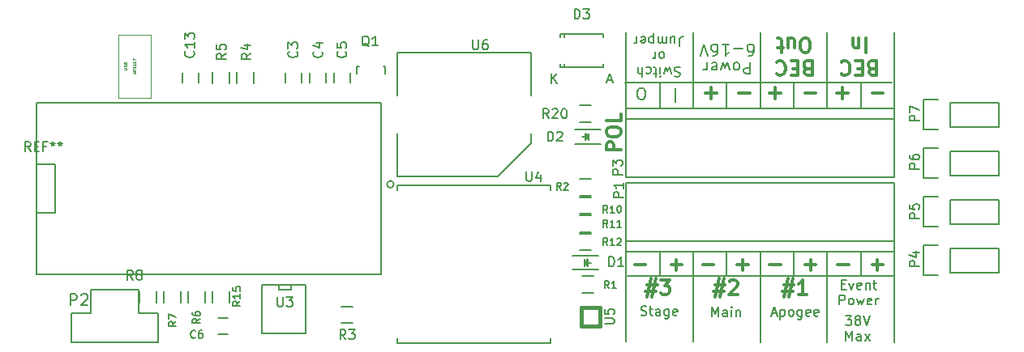
<source format=gbr>
G04 #@! TF.FileFunction,Legend,Top*
%FSLAX46Y46*%
G04 Gerber Fmt 4.6, Leading zero omitted, Abs format (unit mm)*
G04 Created by KiCad (PCBNEW 4.0.1-stable) date 3/12/2016 5:35:57 PM*
%MOMM*%
G01*
G04 APERTURE LIST*
%ADD10C,0.100000*%
%ADD11C,0.300000*%
%ADD12C,0.200000*%
%ADD13C,0.150000*%
%ADD14C,0.381000*%
%ADD15C,0.001000*%
%ADD16C,0.074930*%
%ADD17C,0.076200*%
G04 APERTURE END LIST*
D10*
D11*
X138278571Y-106585714D02*
X136778571Y-106585714D01*
X136778571Y-106014286D01*
X136850000Y-105871428D01*
X136921429Y-105800000D01*
X137064286Y-105728571D01*
X137278571Y-105728571D01*
X137421429Y-105800000D01*
X137492857Y-105871428D01*
X137564286Y-106014286D01*
X137564286Y-106585714D01*
X136778571Y-104800000D02*
X136778571Y-104514286D01*
X136850000Y-104371428D01*
X136992857Y-104228571D01*
X137278571Y-104157143D01*
X137778571Y-104157143D01*
X138064286Y-104228571D01*
X138207143Y-104371428D01*
X138278571Y-104514286D01*
X138278571Y-104800000D01*
X138207143Y-104942857D01*
X138064286Y-105085714D01*
X137778571Y-105157143D01*
X137278571Y-105157143D01*
X136992857Y-105085714D01*
X136850000Y-104942857D01*
X136778571Y-104800000D01*
X138278571Y-102799999D02*
X138278571Y-103514285D01*
X136778571Y-103514285D01*
D12*
X144464286Y-97945238D02*
X144321429Y-97897619D01*
X144083333Y-97897619D01*
X143988095Y-97945238D01*
X143940476Y-97992857D01*
X143892857Y-98088095D01*
X143892857Y-98183333D01*
X143940476Y-98278571D01*
X143988095Y-98326190D01*
X144083333Y-98373810D01*
X144273810Y-98421429D01*
X144369048Y-98469048D01*
X144416667Y-98516667D01*
X144464286Y-98611905D01*
X144464286Y-98707143D01*
X144416667Y-98802381D01*
X144369048Y-98850000D01*
X144273810Y-98897619D01*
X144035714Y-98897619D01*
X143892857Y-98850000D01*
X143559524Y-98564286D02*
X143369048Y-97897619D01*
X143178571Y-98373810D01*
X142988095Y-97897619D01*
X142797619Y-98564286D01*
X142416667Y-97897619D02*
X142416667Y-98564286D01*
X142416667Y-98897619D02*
X142464286Y-98850000D01*
X142416667Y-98802381D01*
X142369048Y-98850000D01*
X142416667Y-98897619D01*
X142416667Y-98802381D01*
X142083334Y-98564286D02*
X141702382Y-98564286D01*
X141940477Y-98897619D02*
X141940477Y-98040476D01*
X141892858Y-97945238D01*
X141797620Y-97897619D01*
X141702382Y-97897619D01*
X140940476Y-97945238D02*
X141035714Y-97897619D01*
X141226191Y-97897619D01*
X141321429Y-97945238D01*
X141369048Y-97992857D01*
X141416667Y-98088095D01*
X141416667Y-98373810D01*
X141369048Y-98469048D01*
X141321429Y-98516667D01*
X141226191Y-98564286D01*
X141035714Y-98564286D01*
X140940476Y-98516667D01*
X140511905Y-97897619D02*
X140511905Y-98897619D01*
X140083333Y-97897619D02*
X140083333Y-98421429D01*
X140130952Y-98516667D01*
X140226190Y-98564286D01*
X140369048Y-98564286D01*
X140464286Y-98516667D01*
X140511905Y-98469048D01*
X142630953Y-96297619D02*
X142726191Y-96345238D01*
X142773810Y-96392857D01*
X142821429Y-96488095D01*
X142821429Y-96773810D01*
X142773810Y-96869048D01*
X142726191Y-96916667D01*
X142630953Y-96964286D01*
X142488095Y-96964286D01*
X142392857Y-96916667D01*
X142345238Y-96869048D01*
X142297619Y-96773810D01*
X142297619Y-96488095D01*
X142345238Y-96392857D01*
X142392857Y-96345238D01*
X142488095Y-96297619D01*
X142630953Y-96297619D01*
X141869048Y-96297619D02*
X141869048Y-96964286D01*
X141869048Y-96773810D02*
X141821429Y-96869048D01*
X141773810Y-96916667D01*
X141678572Y-96964286D01*
X141583333Y-96964286D01*
X144416666Y-95697619D02*
X144416666Y-94983333D01*
X144464286Y-94840476D01*
X144559524Y-94745238D01*
X144702381Y-94697619D01*
X144797619Y-94697619D01*
X143511904Y-95364286D02*
X143511904Y-94697619D01*
X143940476Y-95364286D02*
X143940476Y-94840476D01*
X143892857Y-94745238D01*
X143797619Y-94697619D01*
X143654761Y-94697619D01*
X143559523Y-94745238D01*
X143511904Y-94792857D01*
X143035714Y-94697619D02*
X143035714Y-95364286D01*
X143035714Y-95269048D02*
X142988095Y-95316667D01*
X142892857Y-95364286D01*
X142749999Y-95364286D01*
X142654761Y-95316667D01*
X142607142Y-95221429D01*
X142607142Y-94697619D01*
X142607142Y-95221429D02*
X142559523Y-95316667D01*
X142464285Y-95364286D01*
X142321428Y-95364286D01*
X142226190Y-95316667D01*
X142178571Y-95221429D01*
X142178571Y-94697619D01*
X141702381Y-95364286D02*
X141702381Y-94364286D01*
X141702381Y-95316667D02*
X141607143Y-95364286D01*
X141416666Y-95364286D01*
X141321428Y-95316667D01*
X141273809Y-95269048D01*
X141226190Y-95173810D01*
X141226190Y-94888095D01*
X141273809Y-94792857D01*
X141321428Y-94745238D01*
X141416666Y-94697619D01*
X141607143Y-94697619D01*
X141702381Y-94745238D01*
X140416666Y-94745238D02*
X140511904Y-94697619D01*
X140702381Y-94697619D01*
X140797619Y-94745238D01*
X140845238Y-94840476D01*
X140845238Y-95221429D01*
X140797619Y-95316667D01*
X140702381Y-95364286D01*
X140511904Y-95364286D01*
X140416666Y-95316667D01*
X140369047Y-95221429D01*
X140369047Y-95126190D01*
X140845238Y-95030952D01*
X139940476Y-94697619D02*
X139940476Y-95364286D01*
X139940476Y-95173810D02*
X139892857Y-95269048D01*
X139845238Y-95316667D01*
X139750000Y-95364286D01*
X139654761Y-95364286D01*
X142350000Y-101800000D02*
X142350000Y-99500000D01*
X149350000Y-101800000D02*
X149350000Y-99500000D01*
X156350000Y-101800000D02*
X156350000Y-99500000D01*
X163350000Y-101800000D02*
X163350000Y-99500000D01*
X163350000Y-117600000D02*
X163350000Y-119750000D01*
X156350000Y-117600000D02*
X156350000Y-119700000D01*
X149350000Y-117550000D02*
X149350000Y-119700000D01*
X142350000Y-117600000D02*
X142350000Y-119750000D01*
X151821428Y-97397143D02*
X151821428Y-98597143D01*
X151364285Y-98597143D01*
X151249999Y-98540000D01*
X151192856Y-98482857D01*
X151135713Y-98368571D01*
X151135713Y-98197143D01*
X151192856Y-98082857D01*
X151249999Y-98025714D01*
X151364285Y-97968571D01*
X151821428Y-97968571D01*
X150449999Y-97397143D02*
X150564285Y-97454286D01*
X150621428Y-97511429D01*
X150678571Y-97625714D01*
X150678571Y-97968571D01*
X150621428Y-98082857D01*
X150564285Y-98140000D01*
X150449999Y-98197143D01*
X150278571Y-98197143D01*
X150164285Y-98140000D01*
X150107142Y-98082857D01*
X150049999Y-97968571D01*
X150049999Y-97625714D01*
X150107142Y-97511429D01*
X150164285Y-97454286D01*
X150278571Y-97397143D01*
X150449999Y-97397143D01*
X149649999Y-98197143D02*
X149421428Y-97397143D01*
X149192857Y-97968571D01*
X148964285Y-97397143D01*
X148735714Y-98197143D01*
X147821428Y-97454286D02*
X147935714Y-97397143D01*
X148164285Y-97397143D01*
X148278571Y-97454286D01*
X148335714Y-97568571D01*
X148335714Y-98025714D01*
X148278571Y-98140000D01*
X148164285Y-98197143D01*
X147935714Y-98197143D01*
X147821428Y-98140000D01*
X147764285Y-98025714D01*
X147764285Y-97911429D01*
X148335714Y-97797143D01*
X147250000Y-97397143D02*
X147250000Y-98197143D01*
X147250000Y-97968571D02*
X147192857Y-98082857D01*
X147135714Y-98140000D01*
X147021428Y-98197143D01*
X146907143Y-98197143D01*
X151621428Y-96717143D02*
X151849999Y-96717143D01*
X151964285Y-96660000D01*
X152021428Y-96602857D01*
X152135714Y-96431429D01*
X152192857Y-96202857D01*
X152192857Y-95745714D01*
X152135714Y-95631429D01*
X152078571Y-95574286D01*
X151964285Y-95517143D01*
X151735714Y-95517143D01*
X151621428Y-95574286D01*
X151564285Y-95631429D01*
X151507142Y-95745714D01*
X151507142Y-96031429D01*
X151564285Y-96145714D01*
X151621428Y-96202857D01*
X151735714Y-96260000D01*
X151964285Y-96260000D01*
X152078571Y-96202857D01*
X152135714Y-96145714D01*
X152192857Y-96031429D01*
X150992857Y-95974286D02*
X150078571Y-95974286D01*
X148878571Y-95517143D02*
X149564286Y-95517143D01*
X149221428Y-95517143D02*
X149221428Y-96717143D01*
X149335714Y-96545714D01*
X149450000Y-96431429D01*
X149564286Y-96374286D01*
X147850000Y-96717143D02*
X148078571Y-96717143D01*
X148192857Y-96660000D01*
X148250000Y-96602857D01*
X148364286Y-96431429D01*
X148421429Y-96202857D01*
X148421429Y-95745714D01*
X148364286Y-95631429D01*
X148307143Y-95574286D01*
X148192857Y-95517143D01*
X147964286Y-95517143D01*
X147850000Y-95574286D01*
X147792857Y-95631429D01*
X147735714Y-95745714D01*
X147735714Y-96031429D01*
X147792857Y-96145714D01*
X147850000Y-96202857D01*
X147964286Y-96260000D01*
X148192857Y-96260000D01*
X148307143Y-96202857D01*
X148364286Y-96145714D01*
X148421429Y-96031429D01*
X147392857Y-96717143D02*
X146992857Y-95517143D01*
X146592857Y-96717143D01*
D11*
X157771428Y-98057143D02*
X157557142Y-97985714D01*
X157485714Y-97914286D01*
X157414285Y-97771429D01*
X157414285Y-97557143D01*
X157485714Y-97414286D01*
X157557142Y-97342857D01*
X157700000Y-97271429D01*
X158271428Y-97271429D01*
X158271428Y-98771429D01*
X157771428Y-98771429D01*
X157628571Y-98700000D01*
X157557142Y-98628571D01*
X157485714Y-98485714D01*
X157485714Y-98342857D01*
X157557142Y-98200000D01*
X157628571Y-98128571D01*
X157771428Y-98057143D01*
X158271428Y-98057143D01*
X156771428Y-98057143D02*
X156271428Y-98057143D01*
X156057142Y-97271429D02*
X156771428Y-97271429D01*
X156771428Y-98771429D01*
X156057142Y-98771429D01*
X154557142Y-97414286D02*
X154628571Y-97342857D01*
X154842857Y-97271429D01*
X154985714Y-97271429D01*
X155199999Y-97342857D01*
X155342857Y-97485714D01*
X155414285Y-97628571D01*
X155485714Y-97914286D01*
X155485714Y-98128571D01*
X155414285Y-98414286D01*
X155342857Y-98557143D01*
X155199999Y-98700000D01*
X154985714Y-98771429D01*
X154842857Y-98771429D01*
X154628571Y-98700000D01*
X154557142Y-98628571D01*
X157700000Y-96371429D02*
X157414286Y-96371429D01*
X157271428Y-96300000D01*
X157128571Y-96157143D01*
X157057143Y-95871429D01*
X157057143Y-95371429D01*
X157128571Y-95085714D01*
X157271428Y-94942857D01*
X157414286Y-94871429D01*
X157700000Y-94871429D01*
X157842857Y-94942857D01*
X157985714Y-95085714D01*
X158057143Y-95371429D01*
X158057143Y-95871429D01*
X157985714Y-96157143D01*
X157842857Y-96300000D01*
X157700000Y-96371429D01*
X155771428Y-95871429D02*
X155771428Y-94871429D01*
X156414285Y-95871429D02*
X156414285Y-95085714D01*
X156342857Y-94942857D01*
X156199999Y-94871429D01*
X155985714Y-94871429D01*
X155842857Y-94942857D01*
X155771428Y-95014286D01*
X155271428Y-95871429D02*
X154699999Y-95871429D01*
X155057142Y-96371429D02*
X155057142Y-95085714D01*
X154985714Y-94942857D01*
X154842856Y-94871429D01*
X154699999Y-94871429D01*
X164521428Y-98057143D02*
X164307142Y-97985714D01*
X164235714Y-97914286D01*
X164164285Y-97771429D01*
X164164285Y-97557143D01*
X164235714Y-97414286D01*
X164307142Y-97342857D01*
X164450000Y-97271429D01*
X165021428Y-97271429D01*
X165021428Y-98771429D01*
X164521428Y-98771429D01*
X164378571Y-98700000D01*
X164307142Y-98628571D01*
X164235714Y-98485714D01*
X164235714Y-98342857D01*
X164307142Y-98200000D01*
X164378571Y-98128571D01*
X164521428Y-98057143D01*
X165021428Y-98057143D01*
X163521428Y-98057143D02*
X163021428Y-98057143D01*
X162807142Y-97271429D02*
X163521428Y-97271429D01*
X163521428Y-98771429D01*
X162807142Y-98771429D01*
X161307142Y-97414286D02*
X161378571Y-97342857D01*
X161592857Y-97271429D01*
X161735714Y-97271429D01*
X161949999Y-97342857D01*
X162092857Y-97485714D01*
X162164285Y-97628571D01*
X162235714Y-97914286D01*
X162235714Y-98128571D01*
X162164285Y-98414286D01*
X162092857Y-98557143D01*
X161949999Y-98700000D01*
X161735714Y-98771429D01*
X161592857Y-98771429D01*
X161378571Y-98700000D01*
X161307142Y-98628571D01*
X163878571Y-94871429D02*
X163878571Y-96371429D01*
X163164285Y-95871429D02*
X163164285Y-94871429D01*
X163164285Y-95728571D02*
X163092857Y-95800000D01*
X162949999Y-95871429D01*
X162735714Y-95871429D01*
X162592857Y-95800000D01*
X162521428Y-95657143D01*
X162521428Y-94871429D01*
D12*
X140335715Y-100092857D02*
X140564286Y-100092857D01*
X140678572Y-100150000D01*
X140792858Y-100264286D01*
X140850000Y-100492857D01*
X140850000Y-100892857D01*
X140792858Y-101121429D01*
X140678572Y-101235714D01*
X140564286Y-101292857D01*
X140335715Y-101292857D01*
X140221429Y-101235714D01*
X140107143Y-101121429D01*
X140050000Y-100892857D01*
X140050000Y-100492857D01*
X140107143Y-100264286D01*
X140221429Y-100150000D01*
X140335715Y-100092857D01*
X144000000Y-101535714D02*
X144000000Y-100107143D01*
D11*
X150628572Y-100607143D02*
X151771429Y-100607143D01*
X157528572Y-100607143D02*
X158671429Y-100607143D01*
X164528572Y-100607143D02*
X165671429Y-100607143D01*
X147128572Y-100607143D02*
X148271429Y-100607143D01*
X147700000Y-101178571D02*
X147700000Y-100035714D01*
X153828572Y-100607143D02*
X154971429Y-100607143D01*
X154400000Y-101178571D02*
X154400000Y-100035714D01*
X160878572Y-100607143D02*
X162021429Y-100607143D01*
X161450000Y-101178571D02*
X161450000Y-100035714D01*
D12*
X138700000Y-99500000D02*
X166600000Y-99500000D01*
X138850000Y-94300000D02*
X138850000Y-101800000D01*
X145850000Y-94300000D02*
X145850000Y-101800000D01*
X152850000Y-94300000D02*
X152850000Y-101800000D01*
X159850000Y-94300000D02*
X159850000Y-101800000D01*
X166850000Y-94300000D02*
X166850000Y-101900000D01*
X161761905Y-123902381D02*
X162380953Y-123902381D01*
X162047619Y-124283333D01*
X162190477Y-124283333D01*
X162285715Y-124330952D01*
X162333334Y-124378571D01*
X162380953Y-124473810D01*
X162380953Y-124711905D01*
X162333334Y-124807143D01*
X162285715Y-124854762D01*
X162190477Y-124902381D01*
X161904762Y-124902381D01*
X161809524Y-124854762D01*
X161761905Y-124807143D01*
X162952381Y-124330952D02*
X162857143Y-124283333D01*
X162809524Y-124235714D01*
X162761905Y-124140476D01*
X162761905Y-124092857D01*
X162809524Y-123997619D01*
X162857143Y-123950000D01*
X162952381Y-123902381D01*
X163142858Y-123902381D01*
X163238096Y-123950000D01*
X163285715Y-123997619D01*
X163333334Y-124092857D01*
X163333334Y-124140476D01*
X163285715Y-124235714D01*
X163238096Y-124283333D01*
X163142858Y-124330952D01*
X162952381Y-124330952D01*
X162857143Y-124378571D01*
X162809524Y-124426190D01*
X162761905Y-124521429D01*
X162761905Y-124711905D01*
X162809524Y-124807143D01*
X162857143Y-124854762D01*
X162952381Y-124902381D01*
X163142858Y-124902381D01*
X163238096Y-124854762D01*
X163285715Y-124807143D01*
X163333334Y-124711905D01*
X163333334Y-124521429D01*
X163285715Y-124426190D01*
X163238096Y-124378571D01*
X163142858Y-124330952D01*
X163619048Y-123902381D02*
X163952381Y-124902381D01*
X164285715Y-123902381D01*
X161809524Y-126502381D02*
X161809524Y-125502381D01*
X162142858Y-126216667D01*
X162476191Y-125502381D01*
X162476191Y-126502381D01*
X163380953Y-126502381D02*
X163380953Y-125978571D01*
X163333334Y-125883333D01*
X163238096Y-125835714D01*
X163047619Y-125835714D01*
X162952381Y-125883333D01*
X163380953Y-126454762D02*
X163285715Y-126502381D01*
X163047619Y-126502381D01*
X162952381Y-126454762D01*
X162904762Y-126359524D01*
X162904762Y-126264286D01*
X162952381Y-126169048D01*
X163047619Y-126121429D01*
X163285715Y-126121429D01*
X163380953Y-126073810D01*
X163761905Y-126502381D02*
X164285715Y-125835714D01*
X163761905Y-125835714D02*
X164285715Y-126502381D01*
X161338095Y-120628571D02*
X161671429Y-120628571D01*
X161814286Y-121152381D02*
X161338095Y-121152381D01*
X161338095Y-120152381D01*
X161814286Y-120152381D01*
X162147619Y-120485714D02*
X162385714Y-121152381D01*
X162623810Y-120485714D01*
X163385715Y-121104762D02*
X163290477Y-121152381D01*
X163100000Y-121152381D01*
X163004762Y-121104762D01*
X162957143Y-121009524D01*
X162957143Y-120628571D01*
X163004762Y-120533333D01*
X163100000Y-120485714D01*
X163290477Y-120485714D01*
X163385715Y-120533333D01*
X163433334Y-120628571D01*
X163433334Y-120723810D01*
X162957143Y-120819048D01*
X163861905Y-120485714D02*
X163861905Y-121152381D01*
X163861905Y-120580952D02*
X163909524Y-120533333D01*
X164004762Y-120485714D01*
X164147620Y-120485714D01*
X164242858Y-120533333D01*
X164290477Y-120628571D01*
X164290477Y-121152381D01*
X164623810Y-120485714D02*
X165004762Y-120485714D01*
X164766667Y-120152381D02*
X164766667Y-121009524D01*
X164814286Y-121104762D01*
X164909524Y-121152381D01*
X165004762Y-121152381D01*
X161123809Y-122752381D02*
X161123809Y-121752381D01*
X161504762Y-121752381D01*
X161600000Y-121800000D01*
X161647619Y-121847619D01*
X161695238Y-121942857D01*
X161695238Y-122085714D01*
X161647619Y-122180952D01*
X161600000Y-122228571D01*
X161504762Y-122276190D01*
X161123809Y-122276190D01*
X162266666Y-122752381D02*
X162171428Y-122704762D01*
X162123809Y-122657143D01*
X162076190Y-122561905D01*
X162076190Y-122276190D01*
X162123809Y-122180952D01*
X162171428Y-122133333D01*
X162266666Y-122085714D01*
X162409524Y-122085714D01*
X162504762Y-122133333D01*
X162552381Y-122180952D01*
X162600000Y-122276190D01*
X162600000Y-122561905D01*
X162552381Y-122657143D01*
X162504762Y-122704762D01*
X162409524Y-122752381D01*
X162266666Y-122752381D01*
X162933333Y-122085714D02*
X163123809Y-122752381D01*
X163314286Y-122276190D01*
X163504762Y-122752381D01*
X163695238Y-122085714D01*
X164457143Y-122704762D02*
X164361905Y-122752381D01*
X164171428Y-122752381D01*
X164076190Y-122704762D01*
X164028571Y-122609524D01*
X164028571Y-122228571D01*
X164076190Y-122133333D01*
X164171428Y-122085714D01*
X164361905Y-122085714D01*
X164457143Y-122133333D01*
X164504762Y-122228571D01*
X164504762Y-122323810D01*
X164028571Y-122419048D01*
X164933333Y-122752381D02*
X164933333Y-122085714D01*
X164933333Y-122276190D02*
X164980952Y-122180952D01*
X165028571Y-122133333D01*
X165123809Y-122085714D01*
X165219048Y-122085714D01*
D11*
X139728572Y-118607143D02*
X140871429Y-118607143D01*
X146828572Y-118607143D02*
X147971429Y-118607143D01*
X153828572Y-118607143D02*
X154971429Y-118607143D01*
X160928572Y-118607143D02*
X162071429Y-118607143D01*
X143528572Y-118607143D02*
X144671429Y-118607143D01*
X144100000Y-119178571D02*
X144100000Y-118035714D01*
X150428572Y-118607143D02*
X151571429Y-118607143D01*
X151000000Y-119178571D02*
X151000000Y-118035714D01*
X157528572Y-118607143D02*
X158671429Y-118607143D01*
X158100000Y-119178571D02*
X158100000Y-118035714D01*
X164528572Y-118607143D02*
X165671429Y-118607143D01*
X165100000Y-119178571D02*
X165100000Y-118035714D01*
D12*
X139000000Y-119750000D02*
X166750000Y-119750000D01*
X154047619Y-123666667D02*
X154523810Y-123666667D01*
X153952381Y-123952381D02*
X154285714Y-122952381D01*
X154619048Y-123952381D01*
X154952381Y-123285714D02*
X154952381Y-124285714D01*
X154952381Y-123333333D02*
X155047619Y-123285714D01*
X155238096Y-123285714D01*
X155333334Y-123333333D01*
X155380953Y-123380952D01*
X155428572Y-123476190D01*
X155428572Y-123761905D01*
X155380953Y-123857143D01*
X155333334Y-123904762D01*
X155238096Y-123952381D01*
X155047619Y-123952381D01*
X154952381Y-123904762D01*
X156000000Y-123952381D02*
X155904762Y-123904762D01*
X155857143Y-123857143D01*
X155809524Y-123761905D01*
X155809524Y-123476190D01*
X155857143Y-123380952D01*
X155904762Y-123333333D01*
X156000000Y-123285714D01*
X156142858Y-123285714D01*
X156238096Y-123333333D01*
X156285715Y-123380952D01*
X156333334Y-123476190D01*
X156333334Y-123761905D01*
X156285715Y-123857143D01*
X156238096Y-123904762D01*
X156142858Y-123952381D01*
X156000000Y-123952381D01*
X157190477Y-123285714D02*
X157190477Y-124095238D01*
X157142858Y-124190476D01*
X157095239Y-124238095D01*
X157000000Y-124285714D01*
X156857143Y-124285714D01*
X156761905Y-124238095D01*
X157190477Y-123904762D02*
X157095239Y-123952381D01*
X156904762Y-123952381D01*
X156809524Y-123904762D01*
X156761905Y-123857143D01*
X156714286Y-123761905D01*
X156714286Y-123476190D01*
X156761905Y-123380952D01*
X156809524Y-123333333D01*
X156904762Y-123285714D01*
X157095239Y-123285714D01*
X157190477Y-123333333D01*
X158047620Y-123904762D02*
X157952382Y-123952381D01*
X157761905Y-123952381D01*
X157666667Y-123904762D01*
X157619048Y-123809524D01*
X157619048Y-123428571D01*
X157666667Y-123333333D01*
X157761905Y-123285714D01*
X157952382Y-123285714D01*
X158047620Y-123333333D01*
X158095239Y-123428571D01*
X158095239Y-123523810D01*
X157619048Y-123619048D01*
X158904763Y-123904762D02*
X158809525Y-123952381D01*
X158619048Y-123952381D01*
X158523810Y-123904762D01*
X158476191Y-123809524D01*
X158476191Y-123428571D01*
X158523810Y-123333333D01*
X158619048Y-123285714D01*
X158809525Y-123285714D01*
X158904763Y-123333333D01*
X158952382Y-123428571D01*
X158952382Y-123523810D01*
X158476191Y-123619048D01*
D11*
X155321429Y-120678571D02*
X156392858Y-120678571D01*
X155750001Y-120035714D02*
X155321429Y-121964286D01*
X156250001Y-121321429D02*
X155178572Y-121321429D01*
X155821429Y-121964286D02*
X156250001Y-120035714D01*
X157678572Y-121678571D02*
X156821429Y-121678571D01*
X157250001Y-121678571D02*
X157250001Y-120178571D01*
X157107144Y-120392857D01*
X156964286Y-120535714D01*
X156821429Y-120607143D01*
D12*
X147823810Y-124002381D02*
X147823810Y-123002381D01*
X148157144Y-123716667D01*
X148490477Y-123002381D01*
X148490477Y-124002381D01*
X149395239Y-124002381D02*
X149395239Y-123478571D01*
X149347620Y-123383333D01*
X149252382Y-123335714D01*
X149061905Y-123335714D01*
X148966667Y-123383333D01*
X149395239Y-123954762D02*
X149300001Y-124002381D01*
X149061905Y-124002381D01*
X148966667Y-123954762D01*
X148919048Y-123859524D01*
X148919048Y-123764286D01*
X148966667Y-123669048D01*
X149061905Y-123621429D01*
X149300001Y-123621429D01*
X149395239Y-123573810D01*
X149871429Y-124002381D02*
X149871429Y-123335714D01*
X149871429Y-123002381D02*
X149823810Y-123050000D01*
X149871429Y-123097619D01*
X149919048Y-123050000D01*
X149871429Y-123002381D01*
X149871429Y-123097619D01*
X150347619Y-123335714D02*
X150347619Y-124002381D01*
X150347619Y-123430952D02*
X150395238Y-123383333D01*
X150490476Y-123335714D01*
X150633334Y-123335714D01*
X150728572Y-123383333D01*
X150776191Y-123478571D01*
X150776191Y-124002381D01*
D11*
X148121429Y-120678571D02*
X149192858Y-120678571D01*
X148550001Y-120035714D02*
X148121429Y-121964286D01*
X149050001Y-121321429D02*
X147978572Y-121321429D01*
X148621429Y-121964286D02*
X149050001Y-120035714D01*
X149621429Y-120321429D02*
X149692858Y-120250000D01*
X149835715Y-120178571D01*
X150192858Y-120178571D01*
X150335715Y-120250000D01*
X150407144Y-120321429D01*
X150478572Y-120464286D01*
X150478572Y-120607143D01*
X150407144Y-120821429D01*
X149550001Y-121678571D01*
X150478572Y-121678571D01*
D12*
X166850000Y-117600000D02*
X166850000Y-126700000D01*
X159850000Y-117600000D02*
X159850000Y-126700000D01*
X152850000Y-117600000D02*
X152850000Y-126700000D01*
X140395238Y-123854762D02*
X140538095Y-123902381D01*
X140776191Y-123902381D01*
X140871429Y-123854762D01*
X140919048Y-123807143D01*
X140966667Y-123711905D01*
X140966667Y-123616667D01*
X140919048Y-123521429D01*
X140871429Y-123473810D01*
X140776191Y-123426190D01*
X140585714Y-123378571D01*
X140490476Y-123330952D01*
X140442857Y-123283333D01*
X140395238Y-123188095D01*
X140395238Y-123092857D01*
X140442857Y-122997619D01*
X140490476Y-122950000D01*
X140585714Y-122902381D01*
X140823810Y-122902381D01*
X140966667Y-122950000D01*
X141252381Y-123235714D02*
X141633333Y-123235714D01*
X141395238Y-122902381D02*
X141395238Y-123759524D01*
X141442857Y-123854762D01*
X141538095Y-123902381D01*
X141633333Y-123902381D01*
X142395239Y-123902381D02*
X142395239Y-123378571D01*
X142347620Y-123283333D01*
X142252382Y-123235714D01*
X142061905Y-123235714D01*
X141966667Y-123283333D01*
X142395239Y-123854762D02*
X142300001Y-123902381D01*
X142061905Y-123902381D01*
X141966667Y-123854762D01*
X141919048Y-123759524D01*
X141919048Y-123664286D01*
X141966667Y-123569048D01*
X142061905Y-123521429D01*
X142300001Y-123521429D01*
X142395239Y-123473810D01*
X143300001Y-123235714D02*
X143300001Y-124045238D01*
X143252382Y-124140476D01*
X143204763Y-124188095D01*
X143109524Y-124235714D01*
X142966667Y-124235714D01*
X142871429Y-124188095D01*
X143300001Y-123854762D02*
X143204763Y-123902381D01*
X143014286Y-123902381D01*
X142919048Y-123854762D01*
X142871429Y-123807143D01*
X142823810Y-123711905D01*
X142823810Y-123426190D01*
X142871429Y-123330952D01*
X142919048Y-123283333D01*
X143014286Y-123235714D01*
X143204763Y-123235714D01*
X143300001Y-123283333D01*
X144157144Y-123854762D02*
X144061906Y-123902381D01*
X143871429Y-123902381D01*
X143776191Y-123854762D01*
X143728572Y-123759524D01*
X143728572Y-123378571D01*
X143776191Y-123283333D01*
X143871429Y-123235714D01*
X144061906Y-123235714D01*
X144157144Y-123283333D01*
X144204763Y-123378571D01*
X144204763Y-123473810D01*
X143728572Y-123569048D01*
D11*
X141021429Y-120678571D02*
X142092858Y-120678571D01*
X141450001Y-120035714D02*
X141021429Y-121964286D01*
X141950001Y-121321429D02*
X140878572Y-121321429D01*
X141521429Y-121964286D02*
X141950001Y-120035714D01*
X142450001Y-120178571D02*
X143378572Y-120178571D01*
X142878572Y-120750000D01*
X143092858Y-120750000D01*
X143235715Y-120821429D01*
X143307144Y-120892857D01*
X143378572Y-121035714D01*
X143378572Y-121392857D01*
X143307144Y-121535714D01*
X143235715Y-121607143D01*
X143092858Y-121678571D01*
X142664286Y-121678571D01*
X142521429Y-121607143D01*
X142450001Y-121535714D01*
D12*
X145850000Y-117600000D02*
X145850000Y-126650000D01*
X138850000Y-117650000D02*
X138850000Y-126650000D01*
D13*
X142350000Y-102200000D02*
X142350000Y-101800000D01*
X156350000Y-102200000D02*
X156350000Y-101800000D01*
X145850000Y-102200000D02*
X145850000Y-101800000D01*
X149350000Y-102200000D02*
X149350000Y-101800000D01*
X163350000Y-102200000D02*
X163350000Y-101800000D01*
X159850000Y-102200000D02*
X159850000Y-101800000D01*
X152850000Y-102200000D02*
X152850000Y-101800000D01*
X166850000Y-103300000D02*
X138850000Y-103300000D01*
X166850000Y-102200000D02*
X138850000Y-102200000D01*
X166850000Y-109400000D02*
X166850000Y-101800000D01*
X138850000Y-101800000D02*
X138850000Y-109400000D01*
X138850000Y-109400000D02*
X166850000Y-109400000D01*
X79240000Y-108110000D02*
X77240000Y-108110000D01*
X79240000Y-113110000D02*
X79240000Y-108110000D01*
X77240000Y-113110000D02*
X79240000Y-113110000D01*
X77240000Y-119610000D02*
X77240000Y-118110000D01*
X113240000Y-119610000D02*
X77240000Y-119610000D01*
X113240000Y-101610000D02*
X113240000Y-119610000D01*
X77240000Y-101610000D02*
X113240000Y-101610000D01*
X77240000Y-118110000D02*
X77240000Y-101610000D01*
X105410000Y-120650000D02*
X105410000Y-125730000D01*
X105410000Y-125730000D02*
X100838000Y-125730000D01*
X100838000Y-125730000D02*
X100838000Y-120650000D01*
X100838000Y-120650000D02*
X105410000Y-120650000D01*
X103886000Y-120650000D02*
X103886000Y-121158000D01*
X103886000Y-121158000D02*
X102616000Y-121158000D01*
X102616000Y-121158000D02*
X102616000Y-120650000D01*
X133274000Y-119114000D02*
X135974000Y-119114000D01*
X133274000Y-117614000D02*
X135974000Y-117614000D01*
X134774000Y-118514000D02*
X134774000Y-118264000D01*
X134774000Y-118264000D02*
X134624000Y-118414000D01*
X134524000Y-118014000D02*
X134524000Y-118714000D01*
X134874000Y-118364000D02*
X135224000Y-118364000D01*
X134524000Y-118364000D02*
X134874000Y-118014000D01*
X134874000Y-118014000D02*
X134874000Y-118714000D01*
X134874000Y-118714000D02*
X134524000Y-118364000D01*
X172720000Y-119380000D02*
X177800000Y-119380000D01*
X177800000Y-119380000D02*
X177800000Y-116840000D01*
X177800000Y-116840000D02*
X172720000Y-116840000D01*
X169900000Y-116560000D02*
X171450000Y-116560000D01*
X172720000Y-116840000D02*
X172720000Y-119380000D01*
X171450000Y-119660000D02*
X169900000Y-119660000D01*
X169900000Y-119660000D02*
X169900000Y-116560000D01*
X114595555Y-110160000D02*
G75*
G03X114595555Y-110160000I-360555J0D01*
G01*
X130935000Y-126760000D02*
X130935000Y-126260000D01*
X114935000Y-126760000D02*
X130935000Y-126760000D01*
X114935000Y-126260000D02*
X114935000Y-126760000D01*
X114935000Y-110260000D02*
X114935000Y-110760000D01*
X130935000Y-110260000D02*
X130935000Y-110760000D01*
X114935000Y-110260000D02*
X130935000Y-110260000D01*
X110700180Y-98550800D02*
X110700180Y-97849760D01*
X110700180Y-97849760D02*
X110949100Y-97849760D01*
X113499160Y-97849760D02*
X113699820Y-97849760D01*
X113699820Y-97849760D02*
X113699820Y-98550800D01*
X172720000Y-104140000D02*
X177800000Y-104140000D01*
X177800000Y-104140000D02*
X177800000Y-101600000D01*
X177800000Y-101600000D02*
X172720000Y-101600000D01*
X169900000Y-101320000D02*
X171450000Y-101320000D01*
X172720000Y-101600000D02*
X172720000Y-104140000D01*
X171450000Y-104420000D02*
X169900000Y-104420000D01*
X169900000Y-104420000D02*
X169900000Y-101320000D01*
X172720000Y-109220000D02*
X177800000Y-109220000D01*
X177800000Y-109220000D02*
X177800000Y-106680000D01*
X177800000Y-106680000D02*
X172720000Y-106680000D01*
X169900000Y-106400000D02*
X171450000Y-106400000D01*
X172720000Y-106680000D02*
X172720000Y-109220000D01*
X171450000Y-109500000D02*
X169900000Y-109500000D01*
X169900000Y-109500000D02*
X169900000Y-106400000D01*
X172720000Y-114300000D02*
X177800000Y-114300000D01*
X177800000Y-114300000D02*
X177800000Y-111760000D01*
X177800000Y-111760000D02*
X172720000Y-111760000D01*
X169900000Y-111480000D02*
X171450000Y-111480000D01*
X172720000Y-111760000D02*
X172720000Y-114300000D01*
X171450000Y-114580000D02*
X169900000Y-114580000D01*
X169900000Y-114580000D02*
X169900000Y-111480000D01*
X163350000Y-117200000D02*
X163350000Y-117600000D01*
X149350000Y-117200000D02*
X149350000Y-117600000D01*
X159850000Y-117200000D02*
X159850000Y-117600000D01*
X156350000Y-117200000D02*
X156350000Y-117600000D01*
X142350000Y-117200000D02*
X142350000Y-117600000D01*
X145850000Y-117200000D02*
X145850000Y-117600000D01*
X152850000Y-117200000D02*
X152850000Y-117600000D01*
X138850000Y-116100000D02*
X166850000Y-116100000D01*
X138850000Y-117200000D02*
X166850000Y-117200000D01*
X138850000Y-110000000D02*
X138850000Y-117600000D01*
X166850000Y-117600000D02*
X166850000Y-110000000D01*
X166850000Y-110000000D02*
X138850000Y-110000000D01*
X80941000Y-123678000D02*
X80941000Y-126678000D01*
X82941000Y-123678000D02*
X80941000Y-123678000D01*
X82941000Y-121178000D02*
X82941000Y-123678000D01*
X87941000Y-121178000D02*
X82941000Y-121178000D01*
X87941000Y-123678000D02*
X87941000Y-121178000D01*
X88191000Y-123678000D02*
X87941000Y-123678000D01*
X89941000Y-123678000D02*
X88191000Y-123678000D01*
X89941000Y-126678000D02*
X89941000Y-123678000D01*
X80941000Y-126678000D02*
X89941000Y-126678000D01*
D14*
X136128760Y-123024900D02*
X136128760Y-125026420D01*
X136128760Y-125026420D02*
X134127240Y-125026420D01*
X134127240Y-125026420D02*
X134127240Y-123024900D01*
X134127240Y-123024900D02*
X136128760Y-123024900D01*
D13*
X128920000Y-105870000D02*
X128920000Y-104870000D01*
X125420000Y-109370000D02*
X128920000Y-105870000D01*
X114920000Y-109370000D02*
X125420000Y-109370000D01*
X114920000Y-104870000D02*
X114920000Y-109370000D01*
X128920000Y-96370000D02*
X128920000Y-100870000D01*
X114920000Y-96370000D02*
X128920000Y-96370000D01*
X114920000Y-100870000D02*
X114920000Y-96370000D01*
X103290000Y-98500000D02*
X103290000Y-99500000D01*
X104990000Y-99500000D02*
X104990000Y-98500000D01*
X105830000Y-98500000D02*
X105830000Y-99500000D01*
X107530000Y-99500000D02*
X107530000Y-98500000D01*
X108350000Y-98500000D02*
X108350000Y-99500000D01*
X110050000Y-99500000D02*
X110050000Y-98500000D01*
X97274000Y-124118000D02*
X96274000Y-124118000D01*
X96274000Y-125818000D02*
X97274000Y-125818000D01*
X94195000Y-99500000D02*
X94195000Y-98500000D01*
X92495000Y-98500000D02*
X92495000Y-99500000D01*
X134274000Y-119775000D02*
X135474000Y-119775000D01*
X135474000Y-121525000D02*
X134274000Y-121525000D01*
X135220000Y-111365000D02*
X134020000Y-111365000D01*
X134020000Y-109615000D02*
X135220000Y-109615000D01*
X109128000Y-122950000D02*
X110328000Y-122950000D01*
X110328000Y-124700000D02*
X109128000Y-124700000D01*
X98185000Y-99600000D02*
X98185000Y-98400000D01*
X99935000Y-98400000D02*
X99935000Y-99600000D01*
X95645000Y-99600000D02*
X95645000Y-98400000D01*
X97395000Y-98400000D02*
X97395000Y-99600000D01*
X94855000Y-121320000D02*
X94855000Y-122520000D01*
X93105000Y-122520000D02*
X93105000Y-121320000D01*
X92315000Y-121320000D02*
X92315000Y-122520000D01*
X90565000Y-122520000D02*
X90565000Y-121320000D01*
X89775000Y-121320000D02*
X89775000Y-122520000D01*
X88025000Y-122520000D02*
X88025000Y-121320000D01*
X134020000Y-111520000D02*
X135220000Y-111520000D01*
X135220000Y-113270000D02*
X134020000Y-113270000D01*
X134020000Y-113425000D02*
X135220000Y-113425000D01*
X135220000Y-115175000D02*
X134020000Y-115175000D01*
X134020000Y-115330000D02*
X135220000Y-115330000D01*
X135220000Y-117080000D02*
X134020000Y-117080000D01*
X97395000Y-121320000D02*
X97395000Y-122520000D01*
X95645000Y-122520000D02*
X95645000Y-121320000D01*
D15*
X85803740Y-101089460D02*
X85803740Y-94490540D01*
X85803740Y-94490540D02*
X89202260Y-94490540D01*
X89202260Y-94490540D02*
X89202260Y-101089460D01*
X89202260Y-101089460D02*
X85803740Y-101089460D01*
D13*
X136200000Y-104450000D02*
X133500000Y-104450000D01*
X136200000Y-105950000D02*
X133500000Y-105950000D01*
X134700000Y-105050000D02*
X134700000Y-105300000D01*
X134700000Y-105300000D02*
X134850000Y-105150000D01*
X134950000Y-105550000D02*
X134950000Y-104850000D01*
X134600000Y-105200000D02*
X134250000Y-105200000D01*
X134950000Y-105200000D02*
X134600000Y-105550000D01*
X134600000Y-105550000D02*
X134600000Y-104850000D01*
X134600000Y-104850000D02*
X134950000Y-105200000D01*
X132400860Y-97950060D02*
X132400860Y-97599540D01*
X132400860Y-94449940D02*
X132400860Y-94800460D01*
X136450440Y-97950060D02*
X136450440Y-97599540D01*
X131949560Y-97950060D02*
X131949560Y-97599540D01*
X131949560Y-94449940D02*
X131949560Y-94800460D01*
X136450440Y-94449940D02*
X136450440Y-94800460D01*
X131949560Y-97950060D02*
X136450440Y-97950060D01*
X131949560Y-94449940D02*
X136450440Y-94449940D01*
X134000000Y-101925000D02*
X135200000Y-101925000D01*
X135200000Y-103675000D02*
X134000000Y-103675000D01*
X138452381Y-109138095D02*
X137452381Y-109138095D01*
X137452381Y-108757142D01*
X137500000Y-108661904D01*
X137547619Y-108614285D01*
X137642857Y-108566666D01*
X137785714Y-108566666D01*
X137880952Y-108614285D01*
X137928571Y-108661904D01*
X137976190Y-108757142D01*
X137976190Y-109138095D01*
X137452381Y-108233333D02*
X137452381Y-107614285D01*
X137833333Y-107947619D01*
X137833333Y-107804761D01*
X137880952Y-107709523D01*
X137928571Y-107661904D01*
X138023810Y-107614285D01*
X138261905Y-107614285D01*
X138357143Y-107661904D01*
X138404762Y-107709523D01*
X138452381Y-107804761D01*
X138452381Y-108090476D01*
X138404762Y-108185714D01*
X138357143Y-108233333D01*
X102438095Y-121952381D02*
X102438095Y-122761905D01*
X102485714Y-122857143D01*
X102533333Y-122904762D01*
X102628571Y-122952381D01*
X102819048Y-122952381D01*
X102914286Y-122904762D01*
X102961905Y-122857143D01*
X103009524Y-122761905D01*
X103009524Y-121952381D01*
X103390476Y-121952381D02*
X104009524Y-121952381D01*
X103676190Y-122333333D01*
X103819048Y-122333333D01*
X103914286Y-122380952D01*
X103961905Y-122428571D01*
X104009524Y-122523810D01*
X104009524Y-122761905D01*
X103961905Y-122857143D01*
X103914286Y-122904762D01*
X103819048Y-122952381D01*
X103533333Y-122952381D01*
X103438095Y-122904762D01*
X103390476Y-122857143D01*
X137061905Y-118752381D02*
X137061905Y-117752381D01*
X137300000Y-117752381D01*
X137442858Y-117800000D01*
X137538096Y-117895238D01*
X137585715Y-117990476D01*
X137633334Y-118180952D01*
X137633334Y-118323810D01*
X137585715Y-118514286D01*
X137538096Y-118609524D01*
X137442858Y-118704762D01*
X137300000Y-118752381D01*
X137061905Y-118752381D01*
X138585715Y-118752381D02*
X138014286Y-118752381D01*
X138300000Y-118752381D02*
X138300000Y-117752381D01*
X138204762Y-117895238D01*
X138109524Y-117990476D01*
X138014286Y-118038095D01*
X169452381Y-118738095D02*
X168452381Y-118738095D01*
X168452381Y-118357142D01*
X168500000Y-118261904D01*
X168547619Y-118214285D01*
X168642857Y-118166666D01*
X168785714Y-118166666D01*
X168880952Y-118214285D01*
X168928571Y-118261904D01*
X168976190Y-118357142D01*
X168976190Y-118738095D01*
X168785714Y-117309523D02*
X169452381Y-117309523D01*
X168404762Y-117547619D02*
X169119048Y-117785714D01*
X169119048Y-117166666D01*
X128438095Y-108852381D02*
X128438095Y-109661905D01*
X128485714Y-109757143D01*
X128533333Y-109804762D01*
X128628571Y-109852381D01*
X128819048Y-109852381D01*
X128914286Y-109804762D01*
X128961905Y-109757143D01*
X129009524Y-109661905D01*
X129009524Y-108852381D01*
X129914286Y-109185714D02*
X129914286Y-109852381D01*
X129676190Y-108804762D02*
X129438095Y-109519048D01*
X130057143Y-109519048D01*
X112004762Y-95747619D02*
X111909524Y-95700000D01*
X111814286Y-95604762D01*
X111671429Y-95461905D01*
X111576190Y-95414286D01*
X111480952Y-95414286D01*
X111528571Y-95652381D02*
X111433333Y-95604762D01*
X111338095Y-95509524D01*
X111290476Y-95319048D01*
X111290476Y-94985714D01*
X111338095Y-94795238D01*
X111433333Y-94700000D01*
X111528571Y-94652381D01*
X111719048Y-94652381D01*
X111814286Y-94700000D01*
X111909524Y-94795238D01*
X111957143Y-94985714D01*
X111957143Y-95319048D01*
X111909524Y-95509524D01*
X111814286Y-95604762D01*
X111719048Y-95652381D01*
X111528571Y-95652381D01*
X112909524Y-95652381D02*
X112338095Y-95652381D01*
X112623809Y-95652381D02*
X112623809Y-94652381D01*
X112528571Y-94795238D01*
X112433333Y-94890476D01*
X112338095Y-94938095D01*
X169452381Y-103538095D02*
X168452381Y-103538095D01*
X168452381Y-103157142D01*
X168500000Y-103061904D01*
X168547619Y-103014285D01*
X168642857Y-102966666D01*
X168785714Y-102966666D01*
X168880952Y-103014285D01*
X168928571Y-103061904D01*
X168976190Y-103157142D01*
X168976190Y-103538095D01*
X168452381Y-102633333D02*
X168452381Y-101966666D01*
X169452381Y-102395238D01*
X169452381Y-108538095D02*
X168452381Y-108538095D01*
X168452381Y-108157142D01*
X168500000Y-108061904D01*
X168547619Y-108014285D01*
X168642857Y-107966666D01*
X168785714Y-107966666D01*
X168880952Y-108014285D01*
X168928571Y-108061904D01*
X168976190Y-108157142D01*
X168976190Y-108538095D01*
X168452381Y-107109523D02*
X168452381Y-107300000D01*
X168500000Y-107395238D01*
X168547619Y-107442857D01*
X168690476Y-107538095D01*
X168880952Y-107585714D01*
X169261905Y-107585714D01*
X169357143Y-107538095D01*
X169404762Y-107490476D01*
X169452381Y-107395238D01*
X169452381Y-107204761D01*
X169404762Y-107109523D01*
X169357143Y-107061904D01*
X169261905Y-107014285D01*
X169023810Y-107014285D01*
X168928571Y-107061904D01*
X168880952Y-107109523D01*
X168833333Y-107204761D01*
X168833333Y-107395238D01*
X168880952Y-107490476D01*
X168928571Y-107538095D01*
X169023810Y-107585714D01*
X169452381Y-113738095D02*
X168452381Y-113738095D01*
X168452381Y-113357142D01*
X168500000Y-113261904D01*
X168547619Y-113214285D01*
X168642857Y-113166666D01*
X168785714Y-113166666D01*
X168880952Y-113214285D01*
X168928571Y-113261904D01*
X168976190Y-113357142D01*
X168976190Y-113738095D01*
X168452381Y-112261904D02*
X168452381Y-112738095D01*
X168928571Y-112785714D01*
X168880952Y-112738095D01*
X168833333Y-112642857D01*
X168833333Y-112404761D01*
X168880952Y-112309523D01*
X168928571Y-112261904D01*
X169023810Y-112214285D01*
X169261905Y-112214285D01*
X169357143Y-112261904D01*
X169404762Y-112309523D01*
X169452381Y-112404761D01*
X169452381Y-112642857D01*
X169404762Y-112738095D01*
X169357143Y-112785714D01*
X138552381Y-111538095D02*
X137552381Y-111538095D01*
X137552381Y-111157142D01*
X137600000Y-111061904D01*
X137647619Y-111014285D01*
X137742857Y-110966666D01*
X137885714Y-110966666D01*
X137980952Y-111014285D01*
X138028571Y-111061904D01*
X138076190Y-111157142D01*
X138076190Y-111538095D01*
X138552381Y-110014285D02*
X138552381Y-110585714D01*
X138552381Y-110300000D02*
X137552381Y-110300000D01*
X137695238Y-110395238D01*
X137790476Y-110490476D01*
X137838095Y-110585714D01*
X80814286Y-122842857D02*
X80814286Y-121642857D01*
X81271429Y-121642857D01*
X81385715Y-121700000D01*
X81442858Y-121757143D01*
X81500001Y-121871429D01*
X81500001Y-122042857D01*
X81442858Y-122157143D01*
X81385715Y-122214286D01*
X81271429Y-122271429D01*
X80814286Y-122271429D01*
X81957143Y-121757143D02*
X82014286Y-121700000D01*
X82128572Y-121642857D01*
X82414286Y-121642857D01*
X82528572Y-121700000D01*
X82585715Y-121757143D01*
X82642858Y-121871429D01*
X82642858Y-121985714D01*
X82585715Y-122157143D01*
X81900001Y-122842857D01*
X82642858Y-122842857D01*
X136602381Y-124761905D02*
X137411905Y-124761905D01*
X137507143Y-124714286D01*
X137554762Y-124666667D01*
X137602381Y-124571429D01*
X137602381Y-124380952D01*
X137554762Y-124285714D01*
X137507143Y-124238095D01*
X137411905Y-124190476D01*
X136602381Y-124190476D01*
X136602381Y-123238095D02*
X136602381Y-123714286D01*
X137078571Y-123761905D01*
X137030952Y-123714286D01*
X136983333Y-123619048D01*
X136983333Y-123380952D01*
X137030952Y-123285714D01*
X137078571Y-123238095D01*
X137173810Y-123190476D01*
X137411905Y-123190476D01*
X137507143Y-123238095D01*
X137554762Y-123285714D01*
X137602381Y-123380952D01*
X137602381Y-123619048D01*
X137554762Y-123714286D01*
X137507143Y-123761905D01*
X122838095Y-95052381D02*
X122838095Y-95861905D01*
X122885714Y-95957143D01*
X122933333Y-96004762D01*
X123028571Y-96052381D01*
X123219048Y-96052381D01*
X123314286Y-96004762D01*
X123361905Y-95957143D01*
X123409524Y-95861905D01*
X123409524Y-95052381D01*
X124314286Y-95052381D02*
X124123809Y-95052381D01*
X124028571Y-95100000D01*
X123980952Y-95147619D01*
X123885714Y-95290476D01*
X123838095Y-95480952D01*
X123838095Y-95861905D01*
X123885714Y-95957143D01*
X123933333Y-96004762D01*
X124028571Y-96052381D01*
X124219048Y-96052381D01*
X124314286Y-96004762D01*
X124361905Y-95957143D01*
X124409524Y-95861905D01*
X124409524Y-95623810D01*
X124361905Y-95528571D01*
X124314286Y-95480952D01*
X124219048Y-95433333D01*
X124028571Y-95433333D01*
X123933333Y-95480952D01*
X123885714Y-95528571D01*
X123838095Y-95623810D01*
X76656667Y-106722381D02*
X76323333Y-106246190D01*
X76085238Y-106722381D02*
X76085238Y-105722381D01*
X76466191Y-105722381D01*
X76561429Y-105770000D01*
X76609048Y-105817619D01*
X76656667Y-105912857D01*
X76656667Y-106055714D01*
X76609048Y-106150952D01*
X76561429Y-106198571D01*
X76466191Y-106246190D01*
X76085238Y-106246190D01*
X77085238Y-106198571D02*
X77418572Y-106198571D01*
X77561429Y-106722381D02*
X77085238Y-106722381D01*
X77085238Y-105722381D01*
X77561429Y-105722381D01*
X78323334Y-106198571D02*
X77990000Y-106198571D01*
X77990000Y-106722381D02*
X77990000Y-105722381D01*
X78466191Y-105722381D01*
X78990000Y-105722381D02*
X78990000Y-105960476D01*
X78751905Y-105865238D02*
X78990000Y-105960476D01*
X79228096Y-105865238D01*
X78847143Y-106150952D02*
X78990000Y-105960476D01*
X79132858Y-106150952D01*
X79751905Y-105722381D02*
X79751905Y-105960476D01*
X79513810Y-105865238D02*
X79751905Y-105960476D01*
X79990001Y-105865238D01*
X79609048Y-106150952D02*
X79751905Y-105960476D01*
X79894763Y-106150952D01*
X104457143Y-96266666D02*
X104504762Y-96314285D01*
X104552381Y-96457142D01*
X104552381Y-96552380D01*
X104504762Y-96695238D01*
X104409524Y-96790476D01*
X104314286Y-96838095D01*
X104123810Y-96885714D01*
X103980952Y-96885714D01*
X103790476Y-96838095D01*
X103695238Y-96790476D01*
X103600000Y-96695238D01*
X103552381Y-96552380D01*
X103552381Y-96457142D01*
X103600000Y-96314285D01*
X103647619Y-96266666D01*
X103552381Y-95933333D02*
X103552381Y-95314285D01*
X103933333Y-95647619D01*
X103933333Y-95504761D01*
X103980952Y-95409523D01*
X104028571Y-95361904D01*
X104123810Y-95314285D01*
X104361905Y-95314285D01*
X104457143Y-95361904D01*
X104504762Y-95409523D01*
X104552381Y-95504761D01*
X104552381Y-95790476D01*
X104504762Y-95885714D01*
X104457143Y-95933333D01*
X107057143Y-96266666D02*
X107104762Y-96314285D01*
X107152381Y-96457142D01*
X107152381Y-96552380D01*
X107104762Y-96695238D01*
X107009524Y-96790476D01*
X106914286Y-96838095D01*
X106723810Y-96885714D01*
X106580952Y-96885714D01*
X106390476Y-96838095D01*
X106295238Y-96790476D01*
X106200000Y-96695238D01*
X106152381Y-96552380D01*
X106152381Y-96457142D01*
X106200000Y-96314285D01*
X106247619Y-96266666D01*
X106485714Y-95409523D02*
X107152381Y-95409523D01*
X106104762Y-95647619D02*
X106819048Y-95885714D01*
X106819048Y-95266666D01*
X109557143Y-96266666D02*
X109604762Y-96314285D01*
X109652381Y-96457142D01*
X109652381Y-96552380D01*
X109604762Y-96695238D01*
X109509524Y-96790476D01*
X109414286Y-96838095D01*
X109223810Y-96885714D01*
X109080952Y-96885714D01*
X108890476Y-96838095D01*
X108795238Y-96790476D01*
X108700000Y-96695238D01*
X108652381Y-96552380D01*
X108652381Y-96457142D01*
X108700000Y-96314285D01*
X108747619Y-96266666D01*
X108652381Y-95361904D02*
X108652381Y-95838095D01*
X109128571Y-95885714D01*
X109080952Y-95838095D01*
X109033333Y-95742857D01*
X109033333Y-95504761D01*
X109080952Y-95409523D01*
X109128571Y-95361904D01*
X109223810Y-95314285D01*
X109461905Y-95314285D01*
X109557143Y-95361904D01*
X109604762Y-95409523D01*
X109652381Y-95504761D01*
X109652381Y-95742857D01*
X109604762Y-95838095D01*
X109557143Y-95885714D01*
X93866667Y-126185714D02*
X93828572Y-126223810D01*
X93714286Y-126261905D01*
X93638096Y-126261905D01*
X93523810Y-126223810D01*
X93447619Y-126147619D01*
X93409524Y-126071429D01*
X93371429Y-125919048D01*
X93371429Y-125804762D01*
X93409524Y-125652381D01*
X93447619Y-125576190D01*
X93523810Y-125500000D01*
X93638096Y-125461905D01*
X93714286Y-125461905D01*
X93828572Y-125500000D01*
X93866667Y-125538095D01*
X94552381Y-125461905D02*
X94400000Y-125461905D01*
X94323810Y-125500000D01*
X94285715Y-125538095D01*
X94209524Y-125652381D01*
X94171429Y-125804762D01*
X94171429Y-126109524D01*
X94209524Y-126185714D01*
X94247619Y-126223810D01*
X94323810Y-126261905D01*
X94476191Y-126261905D01*
X94552381Y-126223810D01*
X94590477Y-126185714D01*
X94628572Y-126109524D01*
X94628572Y-125919048D01*
X94590477Y-125842857D01*
X94552381Y-125804762D01*
X94476191Y-125766667D01*
X94323810Y-125766667D01*
X94247619Y-125804762D01*
X94209524Y-125842857D01*
X94171429Y-125919048D01*
X93657143Y-96242857D02*
X93704762Y-96290476D01*
X93752381Y-96433333D01*
X93752381Y-96528571D01*
X93704762Y-96671429D01*
X93609524Y-96766667D01*
X93514286Y-96814286D01*
X93323810Y-96861905D01*
X93180952Y-96861905D01*
X92990476Y-96814286D01*
X92895238Y-96766667D01*
X92800000Y-96671429D01*
X92752381Y-96528571D01*
X92752381Y-96433333D01*
X92800000Y-96290476D01*
X92847619Y-96242857D01*
X93752381Y-95290476D02*
X93752381Y-95861905D01*
X93752381Y-95576191D02*
X92752381Y-95576191D01*
X92895238Y-95671429D01*
X92990476Y-95766667D01*
X93038095Y-95861905D01*
X92752381Y-94957143D02*
X92752381Y-94338095D01*
X93133333Y-94671429D01*
X93133333Y-94528571D01*
X93180952Y-94433333D01*
X93228571Y-94385714D01*
X93323810Y-94338095D01*
X93561905Y-94338095D01*
X93657143Y-94385714D01*
X93704762Y-94433333D01*
X93752381Y-94528571D01*
X93752381Y-94814286D01*
X93704762Y-94909524D01*
X93657143Y-94957143D01*
X137075000Y-121039286D02*
X136825000Y-120682143D01*
X136646428Y-121039286D02*
X136646428Y-120289286D01*
X136932143Y-120289286D01*
X137003571Y-120325000D01*
X137039286Y-120360714D01*
X137075000Y-120432143D01*
X137075000Y-120539286D01*
X137039286Y-120610714D01*
X137003571Y-120646429D01*
X136932143Y-120682143D01*
X136646428Y-120682143D01*
X137789286Y-121039286D02*
X137360714Y-121039286D01*
X137575000Y-121039286D02*
X137575000Y-120289286D01*
X137503571Y-120396429D01*
X137432143Y-120467857D01*
X137360714Y-120503571D01*
X132075000Y-110739286D02*
X131825000Y-110382143D01*
X131646428Y-110739286D02*
X131646428Y-109989286D01*
X131932143Y-109989286D01*
X132003571Y-110025000D01*
X132039286Y-110060714D01*
X132075000Y-110132143D01*
X132075000Y-110239286D01*
X132039286Y-110310714D01*
X132003571Y-110346429D01*
X131932143Y-110382143D01*
X131646428Y-110382143D01*
X132360714Y-110060714D02*
X132396428Y-110025000D01*
X132467857Y-109989286D01*
X132646428Y-109989286D01*
X132717857Y-110025000D01*
X132753571Y-110060714D01*
X132789286Y-110132143D01*
X132789286Y-110203571D01*
X132753571Y-110310714D01*
X132325000Y-110739286D01*
X132789286Y-110739286D01*
X109561334Y-126377381D02*
X109228000Y-125901190D01*
X108989905Y-126377381D02*
X108989905Y-125377381D01*
X109370858Y-125377381D01*
X109466096Y-125425000D01*
X109513715Y-125472619D01*
X109561334Y-125567857D01*
X109561334Y-125710714D01*
X109513715Y-125805952D01*
X109466096Y-125853571D01*
X109370858Y-125901190D01*
X108989905Y-125901190D01*
X109894667Y-125377381D02*
X110513715Y-125377381D01*
X110180381Y-125758333D01*
X110323239Y-125758333D01*
X110418477Y-125805952D01*
X110466096Y-125853571D01*
X110513715Y-125948810D01*
X110513715Y-126186905D01*
X110466096Y-126282143D01*
X110418477Y-126329762D01*
X110323239Y-126377381D01*
X110037524Y-126377381D01*
X109942286Y-126329762D01*
X109894667Y-126282143D01*
X99652381Y-96466666D02*
X99176190Y-96800000D01*
X99652381Y-97038095D02*
X98652381Y-97038095D01*
X98652381Y-96657142D01*
X98700000Y-96561904D01*
X98747619Y-96514285D01*
X98842857Y-96466666D01*
X98985714Y-96466666D01*
X99080952Y-96514285D01*
X99128571Y-96561904D01*
X99176190Y-96657142D01*
X99176190Y-97038095D01*
X98985714Y-95609523D02*
X99652381Y-95609523D01*
X98604762Y-95847619D02*
X99319048Y-96085714D01*
X99319048Y-95466666D01*
X97052381Y-96466666D02*
X96576190Y-96800000D01*
X97052381Y-97038095D02*
X96052381Y-97038095D01*
X96052381Y-96657142D01*
X96100000Y-96561904D01*
X96147619Y-96514285D01*
X96242857Y-96466666D01*
X96385714Y-96466666D01*
X96480952Y-96514285D01*
X96528571Y-96561904D01*
X96576190Y-96657142D01*
X96576190Y-97038095D01*
X96052381Y-95561904D02*
X96052381Y-96038095D01*
X96528571Y-96085714D01*
X96480952Y-96038095D01*
X96433333Y-95942857D01*
X96433333Y-95704761D01*
X96480952Y-95609523D01*
X96528571Y-95561904D01*
X96623810Y-95514285D01*
X96861905Y-95514285D01*
X96957143Y-95561904D01*
X97004762Y-95609523D01*
X97052381Y-95704761D01*
X97052381Y-95942857D01*
X97004762Y-96038095D01*
X96957143Y-96085714D01*
X94361905Y-124233333D02*
X93980952Y-124500000D01*
X94361905Y-124690476D02*
X93561905Y-124690476D01*
X93561905Y-124385714D01*
X93600000Y-124309523D01*
X93638095Y-124271428D01*
X93714286Y-124233333D01*
X93828571Y-124233333D01*
X93904762Y-124271428D01*
X93942857Y-124309523D01*
X93980952Y-124385714D01*
X93980952Y-124690476D01*
X93561905Y-123547619D02*
X93561905Y-123700000D01*
X93600000Y-123776190D01*
X93638095Y-123814285D01*
X93752381Y-123890476D01*
X93904762Y-123928571D01*
X94209524Y-123928571D01*
X94285714Y-123890476D01*
X94323810Y-123852381D01*
X94361905Y-123776190D01*
X94361905Y-123623809D01*
X94323810Y-123547619D01*
X94285714Y-123509523D01*
X94209524Y-123471428D01*
X94019048Y-123471428D01*
X93942857Y-123509523D01*
X93904762Y-123547619D01*
X93866667Y-123623809D01*
X93866667Y-123776190D01*
X93904762Y-123852381D01*
X93942857Y-123890476D01*
X94019048Y-123928571D01*
X91861905Y-124533333D02*
X91480952Y-124800000D01*
X91861905Y-124990476D02*
X91061905Y-124990476D01*
X91061905Y-124685714D01*
X91100000Y-124609523D01*
X91138095Y-124571428D01*
X91214286Y-124533333D01*
X91328571Y-124533333D01*
X91404762Y-124571428D01*
X91442857Y-124609523D01*
X91480952Y-124685714D01*
X91480952Y-124990476D01*
X91061905Y-124266666D02*
X91061905Y-123733333D01*
X91861905Y-124076190D01*
X87333334Y-120152381D02*
X87000000Y-119676190D01*
X86761905Y-120152381D02*
X86761905Y-119152381D01*
X87142858Y-119152381D01*
X87238096Y-119200000D01*
X87285715Y-119247619D01*
X87333334Y-119342857D01*
X87333334Y-119485714D01*
X87285715Y-119580952D01*
X87238096Y-119628571D01*
X87142858Y-119676190D01*
X86761905Y-119676190D01*
X87904762Y-119580952D02*
X87809524Y-119533333D01*
X87761905Y-119485714D01*
X87714286Y-119390476D01*
X87714286Y-119342857D01*
X87761905Y-119247619D01*
X87809524Y-119200000D01*
X87904762Y-119152381D01*
X88095239Y-119152381D01*
X88190477Y-119200000D01*
X88238096Y-119247619D01*
X88285715Y-119342857D01*
X88285715Y-119390476D01*
X88238096Y-119485714D01*
X88190477Y-119533333D01*
X88095239Y-119580952D01*
X87904762Y-119580952D01*
X87809524Y-119628571D01*
X87761905Y-119676190D01*
X87714286Y-119771429D01*
X87714286Y-119961905D01*
X87761905Y-120057143D01*
X87809524Y-120104762D01*
X87904762Y-120152381D01*
X88095239Y-120152381D01*
X88190477Y-120104762D01*
X88238096Y-120057143D01*
X88285715Y-119961905D01*
X88285715Y-119771429D01*
X88238096Y-119676190D01*
X88190477Y-119628571D01*
X88095239Y-119580952D01*
X136917857Y-113139286D02*
X136667857Y-112782143D01*
X136489285Y-113139286D02*
X136489285Y-112389286D01*
X136775000Y-112389286D01*
X136846428Y-112425000D01*
X136882143Y-112460714D01*
X136917857Y-112532143D01*
X136917857Y-112639286D01*
X136882143Y-112710714D01*
X136846428Y-112746429D01*
X136775000Y-112782143D01*
X136489285Y-112782143D01*
X137632143Y-113139286D02*
X137203571Y-113139286D01*
X137417857Y-113139286D02*
X137417857Y-112389286D01*
X137346428Y-112496429D01*
X137275000Y-112567857D01*
X137203571Y-112603571D01*
X138096429Y-112389286D02*
X138167857Y-112389286D01*
X138239286Y-112425000D01*
X138275000Y-112460714D01*
X138310714Y-112532143D01*
X138346429Y-112675000D01*
X138346429Y-112853571D01*
X138310714Y-112996429D01*
X138275000Y-113067857D01*
X138239286Y-113103571D01*
X138167857Y-113139286D01*
X138096429Y-113139286D01*
X138025000Y-113103571D01*
X137989286Y-113067857D01*
X137953571Y-112996429D01*
X137917857Y-112853571D01*
X137917857Y-112675000D01*
X137953571Y-112532143D01*
X137989286Y-112460714D01*
X138025000Y-112425000D01*
X138096429Y-112389286D01*
X136917857Y-114639286D02*
X136667857Y-114282143D01*
X136489285Y-114639286D02*
X136489285Y-113889286D01*
X136775000Y-113889286D01*
X136846428Y-113925000D01*
X136882143Y-113960714D01*
X136917857Y-114032143D01*
X136917857Y-114139286D01*
X136882143Y-114210714D01*
X136846428Y-114246429D01*
X136775000Y-114282143D01*
X136489285Y-114282143D01*
X137632143Y-114639286D02*
X137203571Y-114639286D01*
X137417857Y-114639286D02*
X137417857Y-113889286D01*
X137346428Y-113996429D01*
X137275000Y-114067857D01*
X137203571Y-114103571D01*
X138346429Y-114639286D02*
X137917857Y-114639286D01*
X138132143Y-114639286D02*
X138132143Y-113889286D01*
X138060714Y-113996429D01*
X137989286Y-114067857D01*
X137917857Y-114103571D01*
X136917857Y-116539286D02*
X136667857Y-116182143D01*
X136489285Y-116539286D02*
X136489285Y-115789286D01*
X136775000Y-115789286D01*
X136846428Y-115825000D01*
X136882143Y-115860714D01*
X136917857Y-115932143D01*
X136917857Y-116039286D01*
X136882143Y-116110714D01*
X136846428Y-116146429D01*
X136775000Y-116182143D01*
X136489285Y-116182143D01*
X137632143Y-116539286D02*
X137203571Y-116539286D01*
X137417857Y-116539286D02*
X137417857Y-115789286D01*
X137346428Y-115896429D01*
X137275000Y-115967857D01*
X137203571Y-116003571D01*
X137917857Y-115860714D02*
X137953571Y-115825000D01*
X138025000Y-115789286D01*
X138203571Y-115789286D01*
X138275000Y-115825000D01*
X138310714Y-115860714D01*
X138346429Y-115932143D01*
X138346429Y-116003571D01*
X138310714Y-116110714D01*
X137882143Y-116539286D01*
X138346429Y-116539286D01*
X98561905Y-122414286D02*
X98180952Y-122680953D01*
X98561905Y-122871429D02*
X97761905Y-122871429D01*
X97761905Y-122566667D01*
X97800000Y-122490476D01*
X97838095Y-122452381D01*
X97914286Y-122414286D01*
X98028571Y-122414286D01*
X98104762Y-122452381D01*
X98142857Y-122490476D01*
X98180952Y-122566667D01*
X98180952Y-122871429D01*
X98561905Y-121652381D02*
X98561905Y-122109524D01*
X98561905Y-121880953D02*
X97761905Y-121880953D01*
X97876190Y-121957143D01*
X97952381Y-122033334D01*
X97990476Y-122109524D01*
X97761905Y-120928571D02*
X97761905Y-121309524D01*
X98142857Y-121347619D01*
X98104762Y-121309524D01*
X98066667Y-121233333D01*
X98066667Y-121042857D01*
X98104762Y-120966667D01*
X98142857Y-120928571D01*
X98219048Y-120890476D01*
X98409524Y-120890476D01*
X98485714Y-120928571D01*
X98523810Y-120966667D01*
X98561905Y-121042857D01*
X98561905Y-121233333D01*
X98523810Y-121309524D01*
X98485714Y-121347619D01*
D16*
X86388908Y-98161082D02*
X86631538Y-98161082D01*
X86660083Y-98146810D01*
X86674355Y-98132537D01*
X86688628Y-98103993D01*
X86688628Y-98046903D01*
X86674355Y-98018358D01*
X86660083Y-98004086D01*
X86631538Y-97989814D01*
X86388908Y-97989814D01*
X86688628Y-97690094D02*
X86688628Y-97861362D01*
X86688628Y-97775728D02*
X86388908Y-97775728D01*
X86431725Y-97804273D01*
X86460270Y-97832818D01*
X86474542Y-97861362D01*
X86388908Y-97433191D02*
X86388908Y-97490280D01*
X86403180Y-97518825D01*
X86417452Y-97533097D01*
X86460270Y-97561642D01*
X86517359Y-97575914D01*
X86631538Y-97575914D01*
X86660083Y-97561642D01*
X86674355Y-97547370D01*
X86688628Y-97518825D01*
X86688628Y-97461735D01*
X86674355Y-97433191D01*
X86660083Y-97418918D01*
X86631538Y-97404646D01*
X86560176Y-97404646D01*
X86531631Y-97418918D01*
X86517359Y-97433191D01*
X86503087Y-97461735D01*
X86503087Y-97518825D01*
X86517359Y-97547370D01*
X86531631Y-97561642D01*
X86560176Y-97575914D01*
D17*
D16*
X87552953Y-98582117D02*
X87552953Y-98439394D01*
X87638588Y-98610662D02*
X87338868Y-98510756D01*
X87638588Y-98410849D01*
X87638588Y-98310942D02*
X87338868Y-98310942D01*
X87338868Y-98196763D01*
X87353140Y-98168218D01*
X87367412Y-98153946D01*
X87395957Y-98139674D01*
X87438774Y-98139674D01*
X87467319Y-98153946D01*
X87481591Y-98168218D01*
X87495864Y-98196763D01*
X87495864Y-98310942D01*
X87638588Y-97854226D02*
X87638588Y-98025494D01*
X87638588Y-97939860D02*
X87338868Y-97939860D01*
X87381685Y-97968405D01*
X87410230Y-97996950D01*
X87424502Y-98025494D01*
X87638588Y-97568778D02*
X87638588Y-97740046D01*
X87638588Y-97654412D02*
X87338868Y-97654412D01*
X87381685Y-97682957D01*
X87410230Y-97711502D01*
X87424502Y-97740046D01*
X87638588Y-97283330D02*
X87638588Y-97454598D01*
X87638588Y-97368964D02*
X87338868Y-97368964D01*
X87381685Y-97397509D01*
X87410230Y-97426054D01*
X87424502Y-97454598D01*
X87338868Y-97183423D02*
X87338868Y-96983610D01*
X87638588Y-97112061D01*
D17*
D13*
X130661905Y-105652381D02*
X130661905Y-104652381D01*
X130900000Y-104652381D01*
X131042858Y-104700000D01*
X131138096Y-104795238D01*
X131185715Y-104890476D01*
X131233334Y-105080952D01*
X131233334Y-105223810D01*
X131185715Y-105414286D01*
X131138096Y-105509524D01*
X131042858Y-105604762D01*
X130900000Y-105652381D01*
X130661905Y-105652381D01*
X131614286Y-104747619D02*
X131661905Y-104700000D01*
X131757143Y-104652381D01*
X131995239Y-104652381D01*
X132090477Y-104700000D01*
X132138096Y-104747619D01*
X132185715Y-104842857D01*
X132185715Y-104938095D01*
X132138096Y-105080952D01*
X131566667Y-105652381D01*
X132185715Y-105652381D01*
X133461905Y-92842381D02*
X133461905Y-91842381D01*
X133700000Y-91842381D01*
X133842858Y-91890000D01*
X133938096Y-91985238D01*
X133985715Y-92080476D01*
X134033334Y-92270952D01*
X134033334Y-92413810D01*
X133985715Y-92604286D01*
X133938096Y-92699524D01*
X133842858Y-92794762D01*
X133700000Y-92842381D01*
X133461905Y-92842381D01*
X134366667Y-91842381D02*
X134985715Y-91842381D01*
X134652381Y-92223333D01*
X134795239Y-92223333D01*
X134890477Y-92270952D01*
X134938096Y-92318571D01*
X134985715Y-92413810D01*
X134985715Y-92651905D01*
X134938096Y-92747143D01*
X134890477Y-92794762D01*
X134795239Y-92842381D01*
X134509524Y-92842381D01*
X134414286Y-92794762D01*
X134366667Y-92747143D01*
X131038095Y-99602381D02*
X131038095Y-98602381D01*
X131609524Y-99602381D02*
X131180952Y-99030952D01*
X131609524Y-98602381D02*
X131038095Y-99173810D01*
X136861905Y-99266667D02*
X137338096Y-99266667D01*
X136766667Y-99552381D02*
X137100000Y-98552381D01*
X137433334Y-99552381D01*
X130757143Y-103252381D02*
X130423809Y-102776190D01*
X130185714Y-103252381D02*
X130185714Y-102252381D01*
X130566667Y-102252381D01*
X130661905Y-102300000D01*
X130709524Y-102347619D01*
X130757143Y-102442857D01*
X130757143Y-102585714D01*
X130709524Y-102680952D01*
X130661905Y-102728571D01*
X130566667Y-102776190D01*
X130185714Y-102776190D01*
X131138095Y-102347619D02*
X131185714Y-102300000D01*
X131280952Y-102252381D01*
X131519048Y-102252381D01*
X131614286Y-102300000D01*
X131661905Y-102347619D01*
X131709524Y-102442857D01*
X131709524Y-102538095D01*
X131661905Y-102680952D01*
X131090476Y-103252381D01*
X131709524Y-103252381D01*
X132328571Y-102252381D02*
X132423810Y-102252381D01*
X132519048Y-102300000D01*
X132566667Y-102347619D01*
X132614286Y-102442857D01*
X132661905Y-102633333D01*
X132661905Y-102871429D01*
X132614286Y-103061905D01*
X132566667Y-103157143D01*
X132519048Y-103204762D01*
X132423810Y-103252381D01*
X132328571Y-103252381D01*
X132233333Y-103204762D01*
X132185714Y-103157143D01*
X132138095Y-103061905D01*
X132090476Y-102871429D01*
X132090476Y-102633333D01*
X132138095Y-102442857D01*
X132185714Y-102347619D01*
X132233333Y-102300000D01*
X132328571Y-102252381D01*
M02*

</source>
